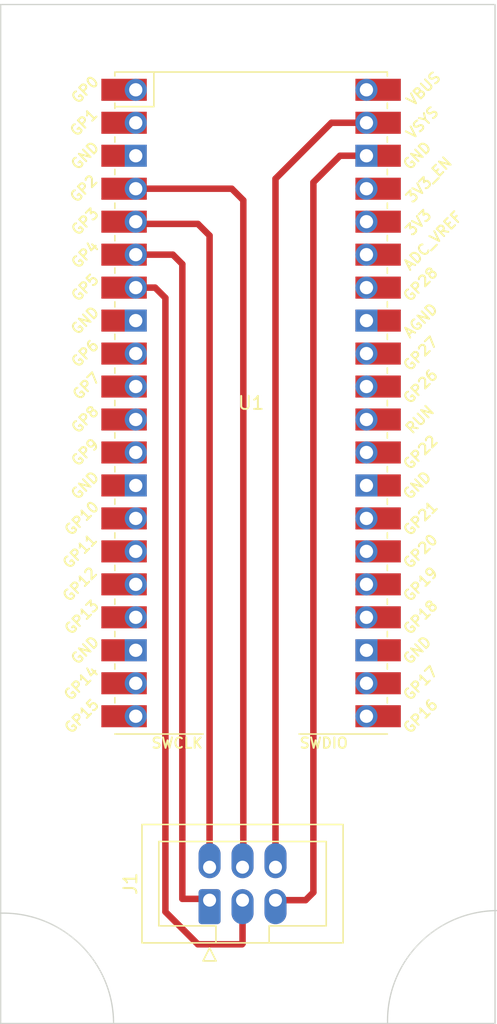
<source format=kicad_pcb>
(kicad_pcb (version 20211014) (generator pcbnew)
  (layers (0 "F.Cu" signal) (31 "B.Cu" signal) (34 "B.Paste" user) (35 "F.Paste" user) (36 "B.SilkS" user "B.Silkscreen") (37 "F.SilkS" user "F.Silkscreen") (38 "B.Mask" user) (39 "F.Mask" user) (44 "Edge.Cuts" user))
  (net 0 "")
  (net 1 "Net-(J1-Pad1)")
  (net 2 "Net-(J1-Pad2)")
  (net 3 "Net-(J1-Pad3)")
  (net 4 "Net-(J1-Pad4)")
  (net 5 "Net-(J1-Pad5)")
  (net 6 "Net-(J1-Pad6)")
  (footprint "MCU_RaspberryPi_and_Boards:RPi_Pico_SMD_TH_NOSWD" (layer "F.Cu") (at 155.1 68.2)
    (fp_text reference "U1" (at 0 0) (layer "F.SilkS"))
    (fp_text value "Pico")
    (fp_text user "GND" (at -12.8 -19.05 45) (layer "F.SilkS") (effects (font (size 0.8 0.8))))
    (fp_text user "GP8" (at -12.8 1.27 45) (layer "F.SilkS") (effects (font (size 0.8 0.8))))
    (fp_text user "GP15" (at -13.054 24.13 45) (layer "F.SilkS") (effects (font (size 0.8 0.8))))
    (fp_text user "GND" (at 12.8 6.35 45) (layer "F.SilkS") (effects (font (size 0.8 0.8))))
    (fp_text user "GND" (at -12.8 19.05 45) (layer "F.SilkS") (effects (font (size 0.8 0.8))))
    (fp_text user "GP12" (at -13.2 13.97 45) (layer "F.SilkS") (effects (font (size 0.8 0.8))))
    (fp_text user "3V3_EN" (at 13.7 -17.2 45) (layer "F.SilkS") (effects (font (size 0.8 0.8))))
    (fp_text user "GP14" (at -13.1 21.59 45) (layer "F.SilkS") (effects (font (size 0.8 0.8))))
    (fp_text user "GP4" (at -12.8 -11.43 45) (layer "F.SilkS") (effects (font (size 0.8 0.8))))
    (fp_text user "GP10" (at -13.054 8.89 45) (layer "F.SilkS") (effects (font (size 0.8 0.8))))
    (fp_text user "GP2" (at -12.9 -16.51 45) (layer "F.SilkS") (effects (font (size 0.8 0.8))))
    (fp_text user "VSYS" (at 13.2 -21.59 45) (layer "F.SilkS") (effects (font (size 0.8 0.8))))
    (fp_text user "GND" (at -12.8 6.35 45) (layer "F.SilkS") (effects (font (size 0.8 0.8))))
    (fp_text user "GP0" (at -12.8 -24.13 45) (layer "F.SilkS") (effects (font (size 0.8 0.8))))
    (fp_text user "GP21" (at 13.054 8.9 45) (layer "F.SilkS") (effects (font (size 0.8 0.8))))
    (fp_text user "GP22" (at 13.054 3.81 45) (layer "F.SilkS") (effects (font (size 0.8 0.8))))
    (fp_text user "SWDIO" (at 5.6 26.2) (layer "F.SilkS") (effects (font (size 0.8 0.8))))
    (fp_text user "RUN" (at 13 1.27 45) (layer "F.SilkS") (effects (font (size 0.8 0.8))))
    (fp_text user "AGND" (at 13.054 -6.35 45) (layer "F.SilkS") (effects (font (size 0.8 0.8))))
    (fp_text user "GP18" (at 13.054 16.51 45) (layer "F.SilkS") (effects (font (size 0.8 0.8))))
    (fp_text user "GND" (at 12.8 -19.05 45) (layer "F.SilkS") (effects (font (size 0.8 0.8))))
    (fp_text user "VBUS" (at 13.3 -24.2 45) (layer "F.SilkS") (effects (font (size 0.8 0.8))))
    (fp_text user "GP9" (at -12.8 3.81 45) (layer "F.SilkS") (effects (font (size 0.8 0.8))))
    (fp_text user "GP17" (at 13.054 21.59 45) (layer "F.SilkS") (effects (font (size 0.8 0.8))))
    (fp_text user "GP3" (at -12.8 -13.97 45) (layer "F.SilkS") (effects (font (size 0.8 0.8))))
    (fp_text user "GP28" (at 13.054 -9.144 45) (layer "F.SilkS") (effects (font (size 0.8 0.8))))
    (fp_text user "GP20" (at 13.054 11.43 45) (layer "F.SilkS") (effects (font (size 0.8 0.8))))
    (fp_text user "GP16" (at 13.054 24.13 45) (layer "F.SilkS") (effects (font (size 0.8 0.8))))
    (fp_text user "GP6" (at -12.8 -3.81 45) (layer "F.SilkS") (effects (font (size 0.8 0.8))))
    (fp_text user "GP5" (at -12.8 -8.89 45) (layer "F.SilkS") (effects (font (size 0.8 0.8))))
    (fp_text user "GP11" (at -13.2 11.43 45) (layer "F.SilkS") (effects (font (size 0.8 0.8))))
    (fp_text user "GP13" (at -13.054 16.51 45) (layer "F.SilkS") (effects (font (size 0.8 0.8))))
    (fp_text user "SWCLK" (at -5.7 26.2) (layer "F.SilkS") (effects (font (size 0.8 0.8))))
    (fp_text user "GP19" (at 13.054 13.97 45) (layer "F.SilkS") (effects (font (size 0.8 0.8))))
    (fp_text user "GND" (at -12.8 -6.35 45) (layer "F.SilkS") (effects (font (size 0.8 0.8))))
    (fp_text user "GP1" (at -12.9 -21.6 45) (layer "F.SilkS") (effects (font (size 0.8 0.8))))
    (fp_text user "ADC_VREF" (at 14 -12.5 45) (layer "F.SilkS") (effects (font (size 0.8 0.8))))
    (fp_text user "GND" (at 12.8 19.05 45) (layer "F.SilkS") (effects (font (size 0.8 0.8))))
    (fp_text user "GP27" (at 13.054 -3.8 45) (layer "F.SilkS") (effects (font (size 0.8 0.8))))
    (fp_text user "3V3" (at 12.9 -13.9 45) (layer "F.SilkS") (effects (font (size 0.8 0.8))))
    (fp_text user "GP26" (at 13.054 -1.27 45) (layer "F.SilkS") (effects (font (size 0.8 0.8))))
    (fp_text user "GP7" (at -12.7 -1.3 45) (layer "F.SilkS") (effects (font (size 0.8 0.8))))
    (fp_line (start -10.5 7.4) (end -10.5 7.8) (layer "F.SilkS") (width 0.12))
    (fp_line (start -10.5 -18) (end -10.5 -17.6) (layer "F.SilkS") (width 0.12))
    (fp_line (start 10.5 20.1) (end 10.5 20.5) (layer "F.SilkS") (width 0.12))
    (fp_line (start 10.5 2.3) (end 10.5 2.7) (layer "F.SilkS") (width 0.12))
    (fp_line (start 10.5 -5.3) (end 10.5 -4.9) (layer "F.SilkS") (width 0.12))
    (fp_line (start -10.5 -5.3) (end -10.5 -4.9) (layer "F.SilkS") (width 0.12))
    (fp_line (start -10.5 -25.5) (end -10.5 -25.2) (layer "F.SilkS") (width 0.12))
    (fp_line (start -3.7 25.5) (end -10.5 25.5) (layer "F.SilkS") (width 0.12))
    (fp_line (start -10.5 17.6) (end -10.5 18) (layer "F.SilkS") (width 0.12))
    (fp_line (start -10.5 -7.8) (end -10.5 -7.4) (layer "F.SilkS") (width 0.12))
    (fp_line (start -10.5 -0.2) (end -10.5 0.2) (layer "F.SilkS") (width 0.12))
    (fp_line (start 10.5 -12.9) (end 10.5 -12.5) (layer "F.SilkS") (width 0.12))
    (fp_line (start 10.5 4.9) (end 10.5 5.3) (layer "F.SilkS") (width 0.12))
    (fp_line (start 10.5 25.5) (end 3.7 25.5) (layer "F.SilkS") (width 0.12))
    (fp_line (start 10.5 22.7) (end 10.5 23.1) (layer "F.SilkS") (width 0.12))
    (fp_line (start -10.5 12.5) (end -10.5 12.9) (layer "F.SilkS") (width 0.12))
    (fp_line (start -10.5 -15.4) (end -10.5 -15) (layer "F.SilkS") (width 0.12))
    (fp_line (start 10.5 -18) (end 10.5 -17.6) (layer "F.SilkS") (width 0.12))
    (fp_line (start -10.5 -22.833) (end -7.493 -22.833) (layer "F.SilkS") (width 0.12))
    (fp_line (start -10.5 -25.5) (end 10.5 -25.5) (layer "F.SilkS") (width 0.12))
    (fp_line (start -10.5 10) (end -10.5 10.4) (layer "F.SilkS") (width 0.12))
    (fp_line (start -10.5 -23.1) (end -10.5 -22.7) (layer "F.SilkS") (width 0.12))
    (fp_line (start 10.5 -2.7) (end 10.5 -2.3) (layer "F.SilkS") (width 0.12))
    (fp_line (start 10.5 -25.5) (end 10.5 -25.2) (layer "F.SilkS") (width 0.12))
    (fp_line (start -10.5 -20.5) (end -10.5 -20.1) (layer "F.SilkS") (width 0.12))
    (fp_line (start -10.5 22.7) (end -10.5 23.1) (layer "F.SilkS") (width 0.12))
    (fp_line (start 10.5 10) (end 10.5 10.4) (layer "F.SilkS") (width 0.12))
    (fp_line (start -10.5 20.1) (end -10.5 20.5) (layer "F.SilkS") (width 0.12))
    (fp_line (start 10.5 -10.4) (end 10.5 -10) (layer "F.SilkS") (width 0.12))
    (fp_line (start 10.5 -0.2) (end 10.5 0.2) (layer "F.SilkS") (width 0.12))
    (fp_line (start -10.5 -2.7) (end -10.5 -2.3) (layer "F.SilkS") (width 0.12))
    (fp_line (start 10.5 -15.4) (end 10.5 -15) (layer "F.SilkS") (width 0.12))
    (fp_line (start 10.5 7.4) (end 10.5 7.8) (layer "F.SilkS") (width 0.12))
    (fp_line (start -7.493 -22.833) (end -7.493 -25.5) (layer "F.SilkS") (width 0.12))
    (fp_line (start 10.5 12.5) (end 10.5 12.9) (layer "F.SilkS") (width 0.12))
    (fp_line (start -10.5 -10.4) (end -10.5 -10) (layer "F.SilkS") (width 0.12))
    (fp_line (start 10.5 -20.5) (end 10.5 -20.1) (layer "F.SilkS") (width 0.12))
    (fp_line (start 10.5 15.1) (end 10.5 15.5) (layer "F.SilkS") (width 0.12))
    (fp_line (start 10.5 17.6) (end 10.5 18) (layer "F.SilkS") (width 0.12))
    (fp_line (start -10.5 2.3) (end -10.5 2.7) (layer "F.SilkS") (width 0.12))
    (fp_line (start -10.5 4.9) (end -10.5 5.3) (layer "F.SilkS") (width 0.12))
    (fp_line (start -10.5 -12.9) (end -10.5 -12.5) (layer "F.SilkS") (width 0.12))
    (fp_line (start 10.5 -7.8) (end 10.5 -7.4) (layer "F.SilkS") (width 0.12))
    (fp_line (start -10.5 15.1) (end -10.5 15.5) (layer "F.SilkS") (width 0.12))
    (fp_line (start 10.5 -23.1) (end 10.5 -22.7) (layer "F.SilkS") (width 0.12))
    (pad "1" thru_hole oval (at -8.89 -24.13) (size 1.7 1.7) (drill 1.02) (layers *.Cu *.Mask))
    (pad "1" smd rect (at -8.89 -24.13) (size 3.5 1.7) (drill (offset -0.9 0)) (layers "F.Cu" "F.Mask"))
    (pad "2" smd rect (at -8.89 -21.59) (size 3.5 1.7) (drill (offset -0.9 0)) (layers "F.Cu" "F.Mask"))
    (pad "2" thru_hole oval (at -8.89 -21.59) (size 1.7 1.7) (drill 1.02) (layers *.Cu *.Mask))
    (pad "3" smd rect (at -8.89 -19.05) (size 3.5 1.7) (drill (offset -0.9 0)) (layers "F.Cu" "F.Mask"))
    (pad "3" thru_hole rect (at -8.89 -19.05) (size 1.7 1.7) (drill 1.02) (layers *.Cu *.Mask))
    (pad "4" smd rect (at -8.89 -16.51) (size 3.5 1.7) (drill (offset -0.9 0)) (layers "F.Cu" "F.Mask") (net 4 "Net-(J1-Pad4)"))
    (pad "4" thru_hole oval (at -8.89 -16.51) (size 1.7 1.7) (drill 1.02) (layers *.Cu *.Mask) (net 4 "Net-(J1-Pad4)"))
    (pad "5" thru_hole oval (at -8.89 -13.97) (size 1.7 1.7) (drill 1.02) (layers *.Cu *.Mask) (net 2 "Net-(J1-Pad2)"))
    (pad "5" smd rect (at -8.89 -13.97) (size 3.5 1.7) (drill (offset -0.9 0)) (layers "F.Cu" "F.Mask") (net 2 "Net-(J1-Pad2)"))
    (pad "6" thru_hole oval (at -8.89 -11.43) (size 1.7 1.7) (drill 1.02) (layers *.Cu *.Mask) (net 1 "Net-(J1-Pad1)"))
    (pad "6" smd rect (at -8.89 -11.43) (size 3.5 1.7) (drill (offset -0.9 0)) (layers "F.Cu" "F.Mask") (net 1 "Net-(J1-Pad1)"))
    (pad "7" thru_hole oval (at -8.89 -8.89) (size 1.7 1.7) (drill 1.02) (layers *.Cu *.Mask) (net 3 "Net-(J1-Pad3)"))
    (pad "7" smd rect (at -8.89 -8.89) (size 3.5 1.7) (drill (offset -0.9 0)) (layers "F.Cu" "F.Mask") (net 3 "Net-(J1-Pad3)"))
    (pad "8" thru_hole rect (at -8.89 -6.35) (size 1.7 1.7) (drill 1.02) (layers *.Cu *.Mask))
    (pad "8" smd rect (at -8.89 -6.35) (size 3.5 1.7) (drill (offset -0.9 0)) (layers "F.Cu" "F.Mask"))
    (pad "9" smd rect (at -8.89 -3.81) (size 3.5 1.7) (drill (offset -0.9 0)) (layers "F.Cu" "F.Mask"))
    (pad "9" thru_hole oval (at -8.89 -3.81) (size 1.7 1.7) (drill 1.02) (layers *.Cu *.Mask))
    (pad "10" thru_hole oval (at -8.89 -1.27) (size 1.7 1.7) (drill 1.02) (layers *.Cu *.Mask))
    (pad "10" smd rect (at -8.89 -1.27) (size 3.5 1.7) (drill (offset -0.9 0)) (layers "F.Cu" "F.Mask"))
    (pad "11" thru_hole oval (at -8.89 1.27) (size 1.7 1.7) (drill 1.02) (layers *.Cu *.Mask))
    (pad "11" smd rect (at -8.89 1.27) (size 3.5 1.7) (drill (offset -0.9 0)) (layers "F.Cu" "F.Mask"))
    (pad "12" smd rect (at -8.89 3.81) (size 3.5 1.7) (drill (offset -0.9 0)) (layers "F.Cu" "F.Mask"))
    (pad "12" thru_hole oval (at -8.89 3.81) (size 1.7 1.7) (drill 1.02) (layers *.Cu *.Mask))
    (pad "13" thru_hole rect (at -8.89 6.35) (size 1.7 1.7) (drill 1.02) (layers *.Cu *.Mask))
    (pad "13" smd rect (at -8.89 6.35) (size 3.5 1.7) (drill (offset -0.9 0)) (layers "F.Cu" "F.Mask"))
    (pad "14" thru_hole oval (at -8.89 8.89) (size 1.7 1.7) (drill 1.02) (layers *.Cu *.Mask))
    (pad "14" smd rect (at -8.89 8.89) (size 3.5 1.7) (drill (offset -0.9 0)) (layers "F.Cu" "F.Mask"))
    (pad "15" thru_hole oval (at -8.89 11.43) (size 1.7 1.7) (drill 1.02) (layers *.Cu *.Mask))
    (pad "15" smd rect (at -8.89 11.43) (size 3.5 1.7) (drill (offset -0.9 0)) (layers "F.Cu" "F.Mask"))
    (pad "16" thru_hole oval (at -8.89 13.97) (size 1.7 1.7) (drill 1.02) (layers *.Cu *.Mask))
    (pad "16" smd rect (at -8.89 13.97) (size 3.5 1.7) (drill (offset -0.9 0)) (layers "F.Cu" "F.Mask"))
    (pad "17" smd rect (at -8.89 16.51) (size 3.5 1.7) (drill (offset -0.9 0)) (layers "F.Cu" "F.Mask"))
    (pad "17" thru_hole oval (at -8.89 16.51) (size 1.7 1.7) (drill 1.02) (layers *.Cu *.Mask))
    (pad "18" thru_hole rect (at -8.89 19.05) (size 1.7 1.7) (drill 1.02) (layers *.Cu *.Mask))
    (pad "18" smd rect (at -8.89 19.05) (size 3.5 1.7) (drill (offset -0.9 0)) (layers "F.Cu" "F.Mask"))
    (pad "19" thru_hole oval (at -8.89 21.59) (size 1.7 1.7) (drill 1.02) (layers *.Cu *.Mask))
    (pad "19" smd rect (at -8.89 21.59) (size 3.5 1.7) (drill (offset -0.9 0)) (layers "F.Cu" "F.Mask"))
    (pad "20" thru_hole oval (at -8.89 24.13) (size 1.7 1.7) (drill 1.02) (layers *.Cu *.Mask))
    (pad "20" smd rect (at -8.89 24.13) (size 3.5 1.7) (drill (offset -0.9 0)) (layers "F.Cu" "F.Mask"))
    (pad "21" smd rect (at 8.89 24.13) (size 3.5 1.7) (drill (offset 0.9 0)) (layers "F.Cu" "F.Mask"))
    (pad "21" thru_hole oval (at 8.89 24.13) (size 1.7 1.7) (drill 1.02) (layers *.Cu *.Mask))
    (pad "22" smd rect (at 8.89 21.59) (size 3.5 1.7) (drill (offset 0.9 0)) (layers "F.Cu" "F.Mask"))
    (pad "22" thru_hole oval (at 8.89 21.59) (size 1.7 1.7) (drill 1.02) (layers *.Cu *.Mask))
    (pad "23" thru_hole rect (at 8.89 19.05) (size 1.7 1.7) (drill 1.02) (layers *.Cu *.Mask))
    (pad "23" smd rect (at 8.89 19.05) (size 3.5 1.7) (drill (offset 0.9 0)) (layers "F.Cu" "F.Mask"))
    (pad "24" smd rect (at 8.89 16.51) (size 3.5 1.7) (drill (offset 0.9 0)) (layers "F.Cu" "F.Mask"))
    (pad "24" thru_hole oval (at 8.89 16.51) (size 1.7 1.7) (drill 1.02) (layers *.Cu *.Mask))
    (pad "25" thru_hole oval (at 8.89 13.97) (size 1.7 1.7) (drill 1.02) (layers *.Cu *.Mask))
    (pad "25" smd rect (at 8.89 13.97) (size 3.5 1.7) (drill (offset 0.9 0)) (layers "F.Cu" "F.Mask"))
    (pad "26" smd rect (at 8.89 11.43) (size 3.5 1.7) (drill (offset 0.9 0)) (layers "F.Cu" "F.Mask"))
    (pad "26" thru_hole oval (at 8.89 11.43) (size 1.7 1.7) (drill 1.02) (layers *.Cu *.Mask))
    (pad "27" thru_hole oval (at 8.89 8.89) (size 1.7 1.7) (drill 1.02) (layers *.Cu *.Mask))
    (pad "27" smd rect (at 8.89 8.89) (size 3.5 1.7) (drill (offset 0.9 0)) (layers "F.Cu" "F.Mask"))
    (pad "28" thru_hole rect (at 8.89 6.35) (size 1.7 1.7) (drill 1.02) (layers *.Cu *.Mask))
    (pad "28" smd rect (at 8.89 6.35) (size 3.5 1.7) (drill (offset 0.9 0)) (layers "F.Cu" "F.Mask"))
    (pad "29" thru_hole oval (at 8.89 3.81) (size 1.7 1.7) (drill 1.02) (layers *.Cu *.Mask))
    (pad "29" smd rect (at 8.89 3.81) (size 3.5 1.7) (drill (offset 0.9 0)) (layers "F.Cu" "F.Mask"))
    (pad "30" smd rect (at 8.89 1.27) (size 3.5 1.7) (drill (offset 0.9 0)) (layers "F.Cu" "F.Mask"))
    (pad "30" thru_hole oval (at 8.89 1.27) (size 1.7 1.7) (drill 1.02) (layers *.Cu *.Mask))
    (pad "31" thru_hole oval (at 8.89 -1.27) (size 1.7 1.7) (drill 1.02) (layers *.Cu *.Mask))
    (pad "31" smd rect (at 8.89 -1.27) (size 3.5 1.7) (drill (offset 0.9 0)) (layers "F.Cu" "F.Mask"))
    (pad "32" thru_hole oval (at 8.89 -3.81) (size 1.7 1.7) (drill 1.02) (layers *.Cu *.Mask))
    (pad "32" smd rect (at 8.89 -3.81) (size 3.5 1.7) (drill (offset 0.9 0)) (layers "F.Cu" "F.Mask"))
    (pad "33" smd rect (at 8.89 -6.35) (size 3.5 1.7) (drill (offset 0.9 0)) (layers "F.Cu" "F.Mask"))
    (pad "33" thru_hole rect (at 8.89 -6.35) (size 1.7 1.7) (drill 1.02) (layers *.Cu *.Mask))
    (pad "34" thru_hole oval (at 8.89 -8.89) (size 1.7 1.7) (drill 1.02) (layers *.Cu *.Mask))
    (pad "34" smd rect (at 8.89 -8.89) (size 3.5 1.7) (drill (offset 0.9 0)) (layers "F.Cu" "F.Mask"))
    (pad "35" thru_hole oval (at 8.89 -11.43) (size 1.7 1.7) (drill 1.02) (layers *.Cu *.Mask))
    (pad "35" smd rect (at 8.89 -11.43) (size 3.5 1.7) (drill (offset 0.9 0)) (layers "F.Cu" "F.Mask"))
    (pad "36" smd rect (at 8.89 -13.97) (size 3.5 1.7) (drill (offset 0.9 0)) (layers "F.Cu" "F.Mask"))
    (pad "36" thru_hole oval (at 8.89 -13.97) (size 1.7 1.7) (drill 1.02) (layers *.Cu *.Mask))
    (pad "37" thru_hole oval (at 8.89 -16.51) (size 1.7 1.7) (drill 1.02) (layers *.Cu *.Mask))
    (pad "37" smd rect (at 8.89 -16.51) (size 3.5 1.7) (drill (offset 0.9 0)) (layers "F.Cu" "F.Mask"))
    (pad "38" thru_hole rect (at 8.89 -19.05) (size 1.7 1.7) (drill 1.02) (layers *.Cu *.Mask) (net 5 "Net-(J1-Pad5)"))
    (pad "38" smd rect (at 8.89 -19.05) (size 3.5 1.7) (drill (offset 0.9 0)) (layers "F.Cu" "F.Mask") (net 5 "Net-(J1-Pad5)"))
    (pad "39" smd rect (at 8.89 -21.59) (size 3.5 1.7) (drill (offset 0.9 0)) (layers "F.Cu" "F.Mask") (net 6 "Net-(J1-Pad6)"))
    (pad "39" thru_hole oval (at 8.89 -21.59) (size 1.7 1.7) (drill 1.02) (layers *.Cu *.Mask) (net 6 "Net-(J1-Pad6)"))
    (pad "40" smd rect (at 8.89 -24.13) (size 3.5 1.7) (drill (offset 0.9 0)) (layers "F.Cu" "F.Mask"))
    (pad "40" thru_hole oval (at 8.89 -24.13) (size 1.7 1.7) (drill 1.02) (layers *.Cu *.Mask))
  )
  (footprint "Connector_IDC:IDC-Header_2x03_P2.54mm_Vertical" (layer "F.Cu") (at 151.9 106.5 90)
    (fp_text reference "J1" (at 1.27 -6.1 90) (layer "F.SilkS"))
    (fp_text value "Conn_02x03_Odd_Even")
    (fp_line (start -1.98 8.99) (end -1.98 4.59) (layer "F.SilkS") (width 0.12))
    (fp_line (start 4.52 -3.91) (end 4.52 8.99) (layer "F.SilkS") (width 0.12))
    (fp_line (start -4.68 0.5) (end -3.68 0) (layer "F.SilkS") (width 0.12))
    (fp_line (start -1.98 4.59) (end -3.29 4.59) (layer "F.SilkS") (width 0.12))
    (fp_line (start -4.68 -0.5) (end -4.68 0.5) (layer "F.SilkS") (width 0.12))
    (fp_line (start -3.29 0.49) (end -1.98 0.49) (layer "F.SilkS") (width 0.12))
    (fp_line (start -1.98 4.59) (end -1.98 4.59) (layer "F.SilkS") (width 0.12))
    (fp_line (start -1.98 -3.91) (end 4.52 -3.91) (layer "F.SilkS") (width 0.12))
    (fp_line (start 5.83 10.29) (end -3.29 10.29) (layer "F.SilkS") (width 0.12))
    (fp_line (start 4.52 8.99) (end -1.98 8.99) (layer "F.SilkS") (width 0.12))
    (fp_line (start -3.68 0) (end -4.68 -0.5) (layer "F.SilkS") (width 0.12))
    (fp_line (start -1.98 0.49) (end -1.98 -3.91) (layer "F.SilkS") (width 0.12))
    (fp_line (start -3.29 10.29) (end -3.29 -5.21) (layer "F.SilkS") (width 0.12))
    (fp_line (start 5.83 -5.21) (end 5.83 10.29) (layer "F.SilkS") (width 0.12))
    (fp_line (start -3.29 -5.21) (end 5.83 -5.21) (layer "F.SilkS") (width 0.12))
    (pad "1" thru_hole roundrect (at 0 0 90) (size 2.7 1.7) (drill 1 (offset -0.5 0)) (layers *.Cu *.Mask) (roundrect_rratio 0.1470588235) (net 1 "Net-(J1-Pad1)"))
    (pad "2" thru_hole oval (at 2.54 0 90) (size 2.7 1.7) (drill 1 (offset 0.5 0)) (layers *.Cu *.Mask) (net 2 "Net-(J1-Pad2)"))
    (pad "3" thru_hole oval (at 0 2.54 90) (size 2.7 1.7) (drill 1 (offset -0.5 0)) (layers *.Cu *.Mask) (net 3 "Net-(J1-Pad3)"))
    (pad "4" thru_hole oval (at 2.54 2.54 90) (size 2.7 1.7) (drill 1 (offset 0.5 0)) (layers *.Cu *.Mask) (net 4 "Net-(J1-Pad4)"))
    (pad "5" thru_hole oval (at 0 5.08 90) (size 2.7 1.7) (drill 1 (offset -0.5 0)) (layers *.Cu *.Mask) (net 5 "Net-(J1-Pad5)"))
    (pad "6" thru_hole oval (at 2.54 5.08 90) (size 2.7 1.7) (drill 1 (offset 0.5 0)) (layers *.Cu *.Mask) (net 6 "Net-(J1-Pad6)"))
  )
  (gr_arc (start 165.617211 116.005059) (mid 168 109.9) (end 174.017189 107.303295) (layer "Edge.Cuts") (width 0.1))
  (gr_arc (start 135.798236 107.500022) (mid 141.903295 109.882811) (end 144.5 115.9) (layer "Edge.Cuts") (width 0.1))
  (gr_rect (start 135.8 37.5) (end 173.9 116) (layer "Edge.Cuts") (width 0.1) (fill none))
  (segment (start 151.645923 106.4) (end 149.8 106.4) (width 0.5) (layer "F.Cu") (net 1))
  (segment (start 149.8 57.5) (end 149.07 56.77) (width 0.5) (layer "F.Cu") (net 1))
  (segment (start 151.9 106.5) (end 151.745923 106.5) (width 0.5) (layer "F.Cu") (net 1))
  (segment (start 149.8 106.4) (end 149.8 57.5) (width 0.5) (layer "F.Cu") (net 1))
  (segment (start 149.07 56.77) (end 146.21 56.77) (width 0.5) (layer "F.Cu") (net 1))
  (segment (start 151.745923 106.5) (end 151.645923 106.4) (width 0.5) (layer "F.Cu") (net 1))
  (segment (start 146.38 54.4) (end 146.21 54.23) (width 0.5) (layer "F.Cu") (net 2))
  (segment (start 151.9 55.3) (end 151 54.4) (width 0.5) (layer "F.Cu") (net 2))
  (segment (start 151 54.4) (end 146.38 54.4) (width 0.5) (layer "F.Cu") (net 2))
  (segment (start 151.9 103.96) (end 151.9 55.3) (width 0.5) (layer "F.Cu") (net 2))
  (segment (start 154.44 109.86) (end 154.4 109.9) (width 0.5) (layer "F.Cu") (net 3))
  (segment (start 148.495 107.395) (end 148.495 60.1) (width 0.5) (layer "F.Cu") (net 3))
  (segment (start 147.705 59.31) (end 146.21 59.31) (width 0.5) (layer "F.Cu") (net 3))
  (segment (start 148.495 60.1) (end 147.705 59.31) (width 0.5) (layer "F.Cu") (net 3))
  (segment (start 151 109.9) (end 148.495 107.395) (width 0.5) (layer "F.Cu") (net 3))
  (segment (start 154.4 109.9) (end 151 109.9) (width 0.5) (layer "F.Cu") (net 3))
  (segment (start 154.44 106.5) (end 154.44 109.86) (width 0.5) (layer "F.Cu") (net 3))
  (segment (start 154.44 103.96) (end 154.5 103.9) (width 0.5) (layer "F.Cu") (net 4))
  (segment (start 154.5 103.9) (end 154.5 52.58) (width 0.5) (layer "F.Cu") (net 4))
  (segment (start 153.61 51.69) (end 146.21 51.69) (width 0.5) (layer "F.Cu") (net 4))
  (segment (start 154.5 52.58) (end 153.61 51.69) (width 0.5) (layer "F.Cu") (net 4))
  (segment (start 161.95 49.15) (end 163.99 49.15) (width 0.5) (layer "F.Cu") (net 5))
  (segment (start 159.3 106.5) (end 159.9 105.9) (width 0.5) (layer "F.Cu") (net 5))
  (segment (start 156.98 106.5) (end 159.3 106.5) (width 0.5) (layer "F.Cu") (net 5))
  (segment (start 159.9 105.9) (end 159.9 51.2) (width 0.5) (layer "F.Cu") (net 5))
  (segment (start 159.9 51.2) (end 161.95 49.15) (width 0.5) (layer "F.Cu") (net 5))
  (segment (start 156.98 50.92) (end 161.29 46.61) (width 0.5) (layer "F.Cu") (net 6))
  (segment (start 156.98 103.96) (end 156.98 50.92) (width 0.5) (layer "F.Cu") (net 6))
  (segment (start 161.29 46.61) (end 163.99 46.61) (width 0.5) (layer "F.Cu") (net 6))
)
</source>
